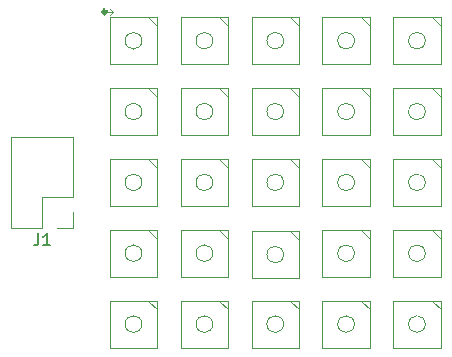
<source format=gbr>
%TF.GenerationSoftware,KiCad,Pcbnew,6.0.2-378541a8eb~116~ubuntu18.04.1*%
%TF.CreationDate,2022-03-16T16:53:27+09:00*%
%TF.ProjectId,led_a,6c65645f-612e-46b6-9963-61645f706362,rev?*%
%TF.SameCoordinates,Original*%
%TF.FileFunction,Legend,Top*%
%TF.FilePolarity,Positive*%
%FSLAX46Y46*%
G04 Gerber Fmt 4.6, Leading zero omitted, Abs format (unit mm)*
G04 Created by KiCad (PCBNEW 6.0.2-378541a8eb~116~ubuntu18.04.1) date 2022-03-16 16:53:27*
%MOMM*%
%LPD*%
G01*
G04 APERTURE LIST*
%ADD10C,0.120000*%
%ADD11C,0.310000*%
%ADD12C,0.150000*%
G04 APERTURE END LIST*
D10*
X91300000Y-40550000D02*
X91050000Y-40800000D01*
D11*
X90705000Y-40550000D02*
G75*
G03*
X90705000Y-40550000I-155000J0D01*
G01*
D10*
X90800000Y-40550000D02*
X91300000Y-40550000D01*
X91300000Y-40550000D02*
X91050000Y-40300000D01*
D12*
%TO.C,J1*%
X84936666Y-59322380D02*
X84936666Y-60036666D01*
X84889047Y-60179523D01*
X84793809Y-60274761D01*
X84650952Y-60322380D01*
X84555714Y-60322380D01*
X85936666Y-60322380D02*
X85365238Y-60322380D01*
X85650952Y-60322380D02*
X85650952Y-59322380D01*
X85555714Y-59465238D01*
X85460476Y-59560476D01*
X85365238Y-59608095D01*
D10*
%TO.C,LD1*%
X95000000Y-41000000D02*
X95000000Y-45000000D01*
X95000000Y-45000000D02*
X91000000Y-45000000D01*
X91000000Y-45000000D02*
X91000000Y-41000000D01*
X91000000Y-41000000D02*
X95000000Y-41000000D01*
X94250000Y-41000000D02*
X95000000Y-41750000D01*
X93707107Y-43000000D02*
G75*
G03*
X93707107Y-43000000I-707107J0D01*
G01*
%TO.C,LD3*%
X106250000Y-41000000D02*
X107000000Y-41750000D01*
X107000000Y-41000000D02*
X107000000Y-45000000D01*
X103000000Y-41000000D02*
X107000000Y-41000000D01*
X107000000Y-45000000D02*
X103000000Y-45000000D01*
X103000000Y-45000000D02*
X103000000Y-41000000D01*
X105707107Y-43000000D02*
G75*
G03*
X105707107Y-43000000I-707107J0D01*
G01*
%TO.C,LD22*%
X101000000Y-65000000D02*
X101000000Y-69000000D01*
X101000000Y-69000000D02*
X97000000Y-69000000D01*
X97000000Y-65000000D02*
X101000000Y-65000000D01*
X97000000Y-69000000D02*
X97000000Y-65000000D01*
X100250000Y-65000000D02*
X101000000Y-65750000D01*
X99707107Y-67000000D02*
G75*
G03*
X99707107Y-67000000I-707107J0D01*
G01*
%TO.C,LD8*%
X103000000Y-51000000D02*
X103000000Y-47000000D01*
X106250000Y-47000000D02*
X107000000Y-47750000D01*
X107000000Y-51000000D02*
X103000000Y-51000000D01*
X107000000Y-47000000D02*
X107000000Y-51000000D01*
X103000000Y-47000000D02*
X107000000Y-47000000D01*
X105707107Y-49000000D02*
G75*
G03*
X105707107Y-49000000I-707107J0D01*
G01*
%TO.C,LD7*%
X101000000Y-47000000D02*
X101000000Y-51000000D01*
X97000000Y-47000000D02*
X101000000Y-47000000D01*
X100250000Y-47000000D02*
X101000000Y-47750000D01*
X97000000Y-51000000D02*
X97000000Y-47000000D01*
X101000000Y-51000000D02*
X97000000Y-51000000D01*
X99707107Y-49000000D02*
G75*
G03*
X99707107Y-49000000I-707107J0D01*
G01*
%TO.C,LD12*%
X97000000Y-57000000D02*
X97000000Y-53000000D01*
X101000000Y-57000000D02*
X97000000Y-57000000D01*
X100250000Y-53000000D02*
X101000000Y-53750000D01*
X97000000Y-53000000D02*
X101000000Y-53000000D01*
X101000000Y-53000000D02*
X101000000Y-57000000D01*
X99707107Y-55000000D02*
G75*
G03*
X99707107Y-55000000I-707107J0D01*
G01*
%TO.C,J1*%
X87870000Y-57540000D02*
X87870000Y-58870000D01*
X87870000Y-58870000D02*
X86540000Y-58870000D01*
X87870000Y-51130000D02*
X82670000Y-51130000D01*
X87870000Y-56270000D02*
X85270000Y-56270000D01*
X87870000Y-56270000D02*
X87870000Y-51130000D01*
X85270000Y-58870000D02*
X82670000Y-58870000D01*
X85270000Y-56270000D02*
X85270000Y-58870000D01*
X82670000Y-58870000D02*
X82670000Y-51130000D01*
%TO.C,LD4*%
X112250000Y-41000000D02*
X113000000Y-41750000D01*
X113000000Y-41000000D02*
X113000000Y-45000000D01*
X113000000Y-45000000D02*
X109000000Y-45000000D01*
X109000000Y-45000000D02*
X109000000Y-41000000D01*
X109000000Y-41000000D02*
X113000000Y-41000000D01*
X111707107Y-43000000D02*
G75*
G03*
X111707107Y-43000000I-707107J0D01*
G01*
%TO.C,LD5*%
X119000000Y-41000000D02*
X119000000Y-45000000D01*
X115000000Y-45000000D02*
X115000000Y-41000000D01*
X118250000Y-41000000D02*
X119000000Y-41750000D01*
X119000000Y-45000000D02*
X115000000Y-45000000D01*
X115000000Y-41000000D02*
X119000000Y-41000000D01*
X117707107Y-43000000D02*
G75*
G03*
X117707107Y-43000000I-707107J0D01*
G01*
%TO.C,LD2*%
X101000000Y-41000000D02*
X101000000Y-45000000D01*
X100250000Y-41000000D02*
X101000000Y-41750000D01*
X101000000Y-45000000D02*
X97000000Y-45000000D01*
X97000000Y-45000000D02*
X97000000Y-41000000D01*
X97000000Y-41000000D02*
X101000000Y-41000000D01*
X99707107Y-43000000D02*
G75*
G03*
X99707107Y-43000000I-707107J0D01*
G01*
%TO.C,LD16*%
X91000000Y-63000000D02*
X91000000Y-59000000D01*
X95000000Y-59000000D02*
X95000000Y-63000000D01*
X94250000Y-59000000D02*
X95000000Y-59750000D01*
X91000000Y-59000000D02*
X95000000Y-59000000D01*
X95000000Y-63000000D02*
X91000000Y-63000000D01*
X93707107Y-61000000D02*
G75*
G03*
X93707107Y-61000000I-707107J0D01*
G01*
%TO.C,LD18*%
X103000000Y-63110000D02*
X103000000Y-59110000D01*
X103000000Y-59110000D02*
X107000000Y-59110000D01*
X106250000Y-59110000D02*
X107000000Y-59860000D01*
X107000000Y-63110000D02*
X103000000Y-63110000D01*
X107000000Y-59110000D02*
X107000000Y-63110000D01*
X105707107Y-61110000D02*
G75*
G03*
X105707107Y-61110000I-707107J0D01*
G01*
%TO.C,LD25*%
X119000000Y-65000000D02*
X119000000Y-69000000D01*
X118250000Y-65000000D02*
X119000000Y-65750000D01*
X115000000Y-65000000D02*
X119000000Y-65000000D01*
X119000000Y-69000000D02*
X115000000Y-69000000D01*
X115000000Y-69000000D02*
X115000000Y-65000000D01*
X117707107Y-67000000D02*
G75*
G03*
X117707107Y-67000000I-707107J0D01*
G01*
%TO.C,LD10*%
X115000000Y-51000000D02*
X115000000Y-47000000D01*
X118250000Y-47000000D02*
X119000000Y-47750000D01*
X119000000Y-47000000D02*
X119000000Y-51000000D01*
X115000000Y-47000000D02*
X119000000Y-47000000D01*
X119000000Y-51000000D02*
X115000000Y-51000000D01*
X117707107Y-49000000D02*
G75*
G03*
X117707107Y-49000000I-707107J0D01*
G01*
%TO.C,LD6*%
X91000000Y-47000000D02*
X95000000Y-47000000D01*
X91000000Y-51000000D02*
X91000000Y-47000000D01*
X95000000Y-47000000D02*
X95000000Y-51000000D01*
X94250000Y-47000000D02*
X95000000Y-47750000D01*
X95000000Y-51000000D02*
X91000000Y-51000000D01*
X93707107Y-49000000D02*
G75*
G03*
X93707107Y-49000000I-707107J0D01*
G01*
%TO.C,LD17*%
X101000000Y-63000000D02*
X97000000Y-63000000D01*
X100250000Y-59000000D02*
X101000000Y-59750000D01*
X97000000Y-63000000D02*
X97000000Y-59000000D01*
X97000000Y-59000000D02*
X101000000Y-59000000D01*
X101000000Y-59000000D02*
X101000000Y-63000000D01*
X99707107Y-61000000D02*
G75*
G03*
X99707107Y-61000000I-707107J0D01*
G01*
%TO.C,LD24*%
X113000000Y-69000000D02*
X109000000Y-69000000D01*
X109000000Y-65000000D02*
X113000000Y-65000000D01*
X112250000Y-65000000D02*
X113000000Y-65750000D01*
X113000000Y-65000000D02*
X113000000Y-69000000D01*
X109000000Y-69000000D02*
X109000000Y-65000000D01*
X111707107Y-67000000D02*
G75*
G03*
X111707107Y-67000000I-707107J0D01*
G01*
%TO.C,LD14*%
X109000000Y-57000000D02*
X109000000Y-53000000D01*
X109000000Y-53000000D02*
X113000000Y-53000000D01*
X113000000Y-53000000D02*
X113000000Y-57000000D01*
X112250000Y-53000000D02*
X113000000Y-53750000D01*
X113000000Y-57000000D02*
X109000000Y-57000000D01*
X111707107Y-55000000D02*
G75*
G03*
X111707107Y-55000000I-707107J0D01*
G01*
%TO.C,LD23*%
X107000000Y-69000000D02*
X103000000Y-69000000D01*
X106250000Y-65000000D02*
X107000000Y-65750000D01*
X103000000Y-69000000D02*
X103000000Y-65000000D01*
X107000000Y-65000000D02*
X107000000Y-69000000D01*
X103000000Y-65000000D02*
X107000000Y-65000000D01*
X105707107Y-67000000D02*
G75*
G03*
X105707107Y-67000000I-707107J0D01*
G01*
%TO.C,LD13*%
X107000000Y-53000000D02*
X107000000Y-57000000D01*
X107000000Y-57000000D02*
X103000000Y-57000000D01*
X106250000Y-53000000D02*
X107000000Y-53750000D01*
X103000000Y-53000000D02*
X107000000Y-53000000D01*
X103000000Y-57000000D02*
X103000000Y-53000000D01*
X105707107Y-55000000D02*
G75*
G03*
X105707107Y-55000000I-707107J0D01*
G01*
%TO.C,LD9*%
X109000000Y-47000000D02*
X113000000Y-47000000D01*
X109000000Y-51000000D02*
X109000000Y-47000000D01*
X113000000Y-47000000D02*
X113000000Y-51000000D01*
X112250000Y-47000000D02*
X113000000Y-47750000D01*
X113000000Y-51000000D02*
X109000000Y-51000000D01*
X111707107Y-49000000D02*
G75*
G03*
X111707107Y-49000000I-707107J0D01*
G01*
%TO.C,LD15*%
X115000000Y-57000000D02*
X115000000Y-53000000D01*
X119000000Y-57000000D02*
X115000000Y-57000000D01*
X119000000Y-53000000D02*
X119000000Y-57000000D01*
X115000000Y-53000000D02*
X119000000Y-53000000D01*
X118250000Y-53000000D02*
X119000000Y-53750000D01*
X117707107Y-55000000D02*
G75*
G03*
X117707107Y-55000000I-707107J0D01*
G01*
%TO.C,LD20*%
X115000000Y-59000000D02*
X119000000Y-59000000D01*
X115000000Y-63000000D02*
X115000000Y-59000000D01*
X119000000Y-63000000D02*
X115000000Y-63000000D01*
X119000000Y-59000000D02*
X119000000Y-63000000D01*
X118250000Y-59000000D02*
X119000000Y-59750000D01*
X117707107Y-61000000D02*
G75*
G03*
X117707107Y-61000000I-707107J0D01*
G01*
%TO.C,LD19*%
X109000000Y-59000000D02*
X113000000Y-59000000D01*
X112250000Y-59000000D02*
X113000000Y-59750000D01*
X109000000Y-63000000D02*
X109000000Y-59000000D01*
X113000000Y-63000000D02*
X109000000Y-63000000D01*
X113000000Y-59000000D02*
X113000000Y-63000000D01*
X111707107Y-61000000D02*
G75*
G03*
X111707107Y-61000000I-707107J0D01*
G01*
%TO.C,LD11*%
X94250000Y-53000000D02*
X95000000Y-53750000D01*
X91000000Y-57000000D02*
X91000000Y-53000000D01*
X91000000Y-53000000D02*
X95000000Y-53000000D01*
X95000000Y-53000000D02*
X95000000Y-57000000D01*
X95000000Y-57000000D02*
X91000000Y-57000000D01*
X93707107Y-55000000D02*
G75*
G03*
X93707107Y-55000000I-707107J0D01*
G01*
%TO.C,LD21*%
X95000000Y-65000000D02*
X95000000Y-69000000D01*
X94250000Y-65000000D02*
X95000000Y-65750000D01*
X91000000Y-65000000D02*
X95000000Y-65000000D01*
X91000000Y-69000000D02*
X91000000Y-65000000D01*
X95000000Y-69000000D02*
X91000000Y-69000000D01*
X93707107Y-67000000D02*
G75*
G03*
X93707107Y-67000000I-707107J0D01*
G01*
%TD*%
M02*

</source>
